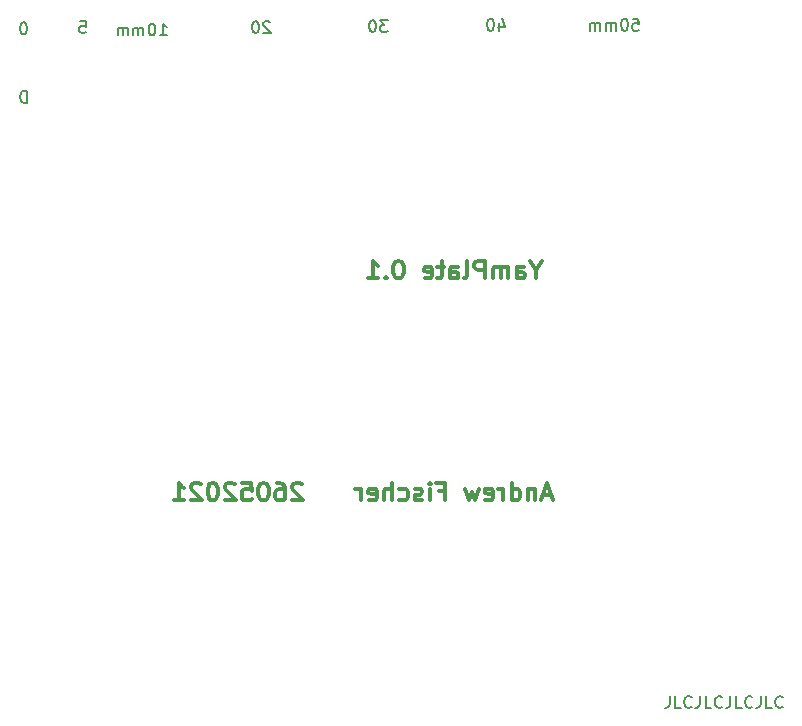
<source format=gbo>
G04 #@! TF.GenerationSoftware,KiCad,Pcbnew,(5.1.9)-1*
G04 #@! TF.CreationDate,2021-05-26T14:26:09+01:00*
G04 #@! TF.ProjectId,YamPlate,59616d50-6c61-4746-952e-6b696361645f,rev?*
G04 #@! TF.SameCoordinates,Original*
G04 #@! TF.FileFunction,Legend,Bot*
G04 #@! TF.FilePolarity,Positive*
%FSLAX46Y46*%
G04 Gerber Fmt 4.6, Leading zero omitted, Abs format (unit mm)*
G04 Created by KiCad (PCBNEW (5.1.9)-1) date 2021-05-26 14:26:09*
%MOMM*%
%LPD*%
G01*
G04 APERTURE LIST*
%ADD10C,0.154940*%
%ADD11C,0.300000*%
%ADD12C,0.150000*%
%ADD13C,0.152400*%
G04 APERTURE END LIST*
D10*
X155908952Y-150836380D02*
X155908952Y-151550666D01*
X155861333Y-151693523D01*
X155766095Y-151788761D01*
X155623238Y-151836380D01*
X155528000Y-151836380D01*
X156861333Y-151836380D02*
X156385142Y-151836380D01*
X156385142Y-150836380D01*
X157766095Y-151741142D02*
X157718476Y-151788761D01*
X157575619Y-151836380D01*
X157480380Y-151836380D01*
X157337523Y-151788761D01*
X157242285Y-151693523D01*
X157194666Y-151598285D01*
X157147047Y-151407809D01*
X157147047Y-151264952D01*
X157194666Y-151074476D01*
X157242285Y-150979238D01*
X157337523Y-150884000D01*
X157480380Y-150836380D01*
X157575619Y-150836380D01*
X157718476Y-150884000D01*
X157766095Y-150931619D01*
X158480380Y-150836380D02*
X158480380Y-151550666D01*
X158432761Y-151693523D01*
X158337523Y-151788761D01*
X158194666Y-151836380D01*
X158099428Y-151836380D01*
X159432761Y-151836380D02*
X158956571Y-151836380D01*
X158956571Y-150836380D01*
X160337523Y-151741142D02*
X160289904Y-151788761D01*
X160147047Y-151836380D01*
X160051809Y-151836380D01*
X159908952Y-151788761D01*
X159813714Y-151693523D01*
X159766095Y-151598285D01*
X159718476Y-151407809D01*
X159718476Y-151264952D01*
X159766095Y-151074476D01*
X159813714Y-150979238D01*
X159908952Y-150884000D01*
X160051809Y-150836380D01*
X160147047Y-150836380D01*
X160289904Y-150884000D01*
X160337523Y-150931619D01*
X161051809Y-150836380D02*
X161051809Y-151550666D01*
X161004190Y-151693523D01*
X160908952Y-151788761D01*
X160766095Y-151836380D01*
X160670857Y-151836380D01*
X162004190Y-151836380D02*
X161528000Y-151836380D01*
X161528000Y-150836380D01*
X162908952Y-151741142D02*
X162861333Y-151788761D01*
X162718476Y-151836380D01*
X162623238Y-151836380D01*
X162480380Y-151788761D01*
X162385142Y-151693523D01*
X162337523Y-151598285D01*
X162289904Y-151407809D01*
X162289904Y-151264952D01*
X162337523Y-151074476D01*
X162385142Y-150979238D01*
X162480380Y-150884000D01*
X162623238Y-150836380D01*
X162718476Y-150836380D01*
X162861333Y-150884000D01*
X162908952Y-150931619D01*
X163623238Y-150836380D02*
X163623238Y-151550666D01*
X163575619Y-151693523D01*
X163480380Y-151788761D01*
X163337523Y-151836380D01*
X163242285Y-151836380D01*
X164575619Y-151836380D02*
X164099428Y-151836380D01*
X164099428Y-150836380D01*
X165480380Y-151741142D02*
X165432761Y-151788761D01*
X165289904Y-151836380D01*
X165194666Y-151836380D01*
X165051809Y-151788761D01*
X164956571Y-151693523D01*
X164908952Y-151598285D01*
X164861333Y-151407809D01*
X164861333Y-151264952D01*
X164908952Y-151074476D01*
X164956571Y-150979238D01*
X165051809Y-150884000D01*
X165194666Y-150836380D01*
X165289904Y-150836380D01*
X165432761Y-150884000D01*
X165480380Y-150931619D01*
D11*
X124808571Y-132925428D02*
X124737142Y-132854000D01*
X124594285Y-132782571D01*
X124237142Y-132782571D01*
X124094285Y-132854000D01*
X124022857Y-132925428D01*
X123951428Y-133068285D01*
X123951428Y-133211142D01*
X124022857Y-133425428D01*
X124880000Y-134282571D01*
X123951428Y-134282571D01*
X122665714Y-132782571D02*
X122951428Y-132782571D01*
X123094285Y-132854000D01*
X123165714Y-132925428D01*
X123308571Y-133139714D01*
X123380000Y-133425428D01*
X123380000Y-133996857D01*
X123308571Y-134139714D01*
X123237142Y-134211142D01*
X123094285Y-134282571D01*
X122808571Y-134282571D01*
X122665714Y-134211142D01*
X122594285Y-134139714D01*
X122522857Y-133996857D01*
X122522857Y-133639714D01*
X122594285Y-133496857D01*
X122665714Y-133425428D01*
X122808571Y-133354000D01*
X123094285Y-133354000D01*
X123237142Y-133425428D01*
X123308571Y-133496857D01*
X123380000Y-133639714D01*
X121594285Y-132782571D02*
X121451428Y-132782571D01*
X121308571Y-132854000D01*
X121237142Y-132925428D01*
X121165714Y-133068285D01*
X121094285Y-133354000D01*
X121094285Y-133711142D01*
X121165714Y-133996857D01*
X121237142Y-134139714D01*
X121308571Y-134211142D01*
X121451428Y-134282571D01*
X121594285Y-134282571D01*
X121737142Y-134211142D01*
X121808571Y-134139714D01*
X121880000Y-133996857D01*
X121951428Y-133711142D01*
X121951428Y-133354000D01*
X121880000Y-133068285D01*
X121808571Y-132925428D01*
X121737142Y-132854000D01*
X121594285Y-132782571D01*
X119737142Y-132782571D02*
X120451428Y-132782571D01*
X120522857Y-133496857D01*
X120451428Y-133425428D01*
X120308571Y-133354000D01*
X119951428Y-133354000D01*
X119808571Y-133425428D01*
X119737142Y-133496857D01*
X119665714Y-133639714D01*
X119665714Y-133996857D01*
X119737142Y-134139714D01*
X119808571Y-134211142D01*
X119951428Y-134282571D01*
X120308571Y-134282571D01*
X120451428Y-134211142D01*
X120522857Y-134139714D01*
X119094285Y-132925428D02*
X119022857Y-132854000D01*
X118880000Y-132782571D01*
X118522857Y-132782571D01*
X118380000Y-132854000D01*
X118308571Y-132925428D01*
X118237142Y-133068285D01*
X118237142Y-133211142D01*
X118308571Y-133425428D01*
X119165714Y-134282571D01*
X118237142Y-134282571D01*
X117308571Y-132782571D02*
X117165714Y-132782571D01*
X117022857Y-132854000D01*
X116951428Y-132925428D01*
X116880000Y-133068285D01*
X116808571Y-133354000D01*
X116808571Y-133711142D01*
X116880000Y-133996857D01*
X116951428Y-134139714D01*
X117022857Y-134211142D01*
X117165714Y-134282571D01*
X117308571Y-134282571D01*
X117451428Y-134211142D01*
X117522857Y-134139714D01*
X117594285Y-133996857D01*
X117665714Y-133711142D01*
X117665714Y-133354000D01*
X117594285Y-133068285D01*
X117522857Y-132925428D01*
X117451428Y-132854000D01*
X117308571Y-132782571D01*
X116237142Y-132925428D02*
X116165714Y-132854000D01*
X116022857Y-132782571D01*
X115665714Y-132782571D01*
X115522857Y-132854000D01*
X115451428Y-132925428D01*
X115380000Y-133068285D01*
X115380000Y-133211142D01*
X115451428Y-133425428D01*
X116308571Y-134282571D01*
X115380000Y-134282571D01*
X113951428Y-134282571D02*
X114808571Y-134282571D01*
X114380000Y-134282571D02*
X114380000Y-132782571D01*
X114522857Y-132996857D01*
X114665714Y-133139714D01*
X114808571Y-133211142D01*
X144596571Y-114772285D02*
X144596571Y-115486571D01*
X145096571Y-113986571D02*
X144596571Y-114772285D01*
X144096571Y-113986571D01*
X142953714Y-115486571D02*
X142953714Y-114700857D01*
X143025142Y-114558000D01*
X143168000Y-114486571D01*
X143453714Y-114486571D01*
X143596571Y-114558000D01*
X142953714Y-115415142D02*
X143096571Y-115486571D01*
X143453714Y-115486571D01*
X143596571Y-115415142D01*
X143668000Y-115272285D01*
X143668000Y-115129428D01*
X143596571Y-114986571D01*
X143453714Y-114915142D01*
X143096571Y-114915142D01*
X142953714Y-114843714D01*
X142239428Y-115486571D02*
X142239428Y-114486571D01*
X142239428Y-114629428D02*
X142168000Y-114558000D01*
X142025142Y-114486571D01*
X141810857Y-114486571D01*
X141668000Y-114558000D01*
X141596571Y-114700857D01*
X141596571Y-115486571D01*
X141596571Y-114700857D02*
X141525142Y-114558000D01*
X141382285Y-114486571D01*
X141168000Y-114486571D01*
X141025142Y-114558000D01*
X140953714Y-114700857D01*
X140953714Y-115486571D01*
X140239428Y-115486571D02*
X140239428Y-113986571D01*
X139668000Y-113986571D01*
X139525142Y-114058000D01*
X139453714Y-114129428D01*
X139382285Y-114272285D01*
X139382285Y-114486571D01*
X139453714Y-114629428D01*
X139525142Y-114700857D01*
X139668000Y-114772285D01*
X140239428Y-114772285D01*
X138525142Y-115486571D02*
X138668000Y-115415142D01*
X138739428Y-115272285D01*
X138739428Y-113986571D01*
X137310857Y-115486571D02*
X137310857Y-114700857D01*
X137382285Y-114558000D01*
X137525142Y-114486571D01*
X137810857Y-114486571D01*
X137953714Y-114558000D01*
X137310857Y-115415142D02*
X137453714Y-115486571D01*
X137810857Y-115486571D01*
X137953714Y-115415142D01*
X138025142Y-115272285D01*
X138025142Y-115129428D01*
X137953714Y-114986571D01*
X137810857Y-114915142D01*
X137453714Y-114915142D01*
X137310857Y-114843714D01*
X136810857Y-114486571D02*
X136239428Y-114486571D01*
X136596571Y-113986571D02*
X136596571Y-115272285D01*
X136525142Y-115415142D01*
X136382285Y-115486571D01*
X136239428Y-115486571D01*
X135168000Y-115415142D02*
X135310857Y-115486571D01*
X135596571Y-115486571D01*
X135739428Y-115415142D01*
X135810857Y-115272285D01*
X135810857Y-114700857D01*
X135739428Y-114558000D01*
X135596571Y-114486571D01*
X135310857Y-114486571D01*
X135168000Y-114558000D01*
X135096571Y-114700857D01*
X135096571Y-114843714D01*
X135810857Y-114986571D01*
X133025142Y-113986571D02*
X132882285Y-113986571D01*
X132739428Y-114058000D01*
X132668000Y-114129428D01*
X132596571Y-114272285D01*
X132525142Y-114558000D01*
X132525142Y-114915142D01*
X132596571Y-115200857D01*
X132668000Y-115343714D01*
X132739428Y-115415142D01*
X132882285Y-115486571D01*
X133025142Y-115486571D01*
X133168000Y-115415142D01*
X133239428Y-115343714D01*
X133310857Y-115200857D01*
X133382285Y-114915142D01*
X133382285Y-114558000D01*
X133310857Y-114272285D01*
X133239428Y-114129428D01*
X133168000Y-114058000D01*
X133025142Y-113986571D01*
X131882285Y-115343714D02*
X131810857Y-115415142D01*
X131882285Y-115486571D01*
X131953714Y-115415142D01*
X131882285Y-115343714D01*
X131882285Y-115486571D01*
X130382285Y-115486571D02*
X131239428Y-115486571D01*
X130810857Y-115486571D02*
X130810857Y-113986571D01*
X130953714Y-114200857D01*
X131096571Y-114343714D01*
X131239428Y-114415142D01*
X145882285Y-133854000D02*
X145168000Y-133854000D01*
X146025142Y-134282571D02*
X145525142Y-132782571D01*
X145025142Y-134282571D01*
X144525142Y-133282571D02*
X144525142Y-134282571D01*
X144525142Y-133425428D02*
X144453714Y-133354000D01*
X144310857Y-133282571D01*
X144096571Y-133282571D01*
X143953714Y-133354000D01*
X143882285Y-133496857D01*
X143882285Y-134282571D01*
X142525142Y-134282571D02*
X142525142Y-132782571D01*
X142525142Y-134211142D02*
X142668000Y-134282571D01*
X142953714Y-134282571D01*
X143096571Y-134211142D01*
X143168000Y-134139714D01*
X143239428Y-133996857D01*
X143239428Y-133568285D01*
X143168000Y-133425428D01*
X143096571Y-133354000D01*
X142953714Y-133282571D01*
X142668000Y-133282571D01*
X142525142Y-133354000D01*
X141810857Y-134282571D02*
X141810857Y-133282571D01*
X141810857Y-133568285D02*
X141739428Y-133425428D01*
X141668000Y-133354000D01*
X141525142Y-133282571D01*
X141382285Y-133282571D01*
X140310857Y-134211142D02*
X140453714Y-134282571D01*
X140739428Y-134282571D01*
X140882285Y-134211142D01*
X140953714Y-134068285D01*
X140953714Y-133496857D01*
X140882285Y-133354000D01*
X140739428Y-133282571D01*
X140453714Y-133282571D01*
X140310857Y-133354000D01*
X140239428Y-133496857D01*
X140239428Y-133639714D01*
X140953714Y-133782571D01*
X139739428Y-133282571D02*
X139453714Y-134282571D01*
X139168000Y-133568285D01*
X138882285Y-134282571D01*
X138596571Y-133282571D01*
X136382285Y-133496857D02*
X136882285Y-133496857D01*
X136882285Y-134282571D02*
X136882285Y-132782571D01*
X136168000Y-132782571D01*
X135596571Y-134282571D02*
X135596571Y-133282571D01*
X135596571Y-132782571D02*
X135668000Y-132854000D01*
X135596571Y-132925428D01*
X135525142Y-132854000D01*
X135596571Y-132782571D01*
X135596571Y-132925428D01*
X134953714Y-134211142D02*
X134810857Y-134282571D01*
X134525142Y-134282571D01*
X134382285Y-134211142D01*
X134310857Y-134068285D01*
X134310857Y-133996857D01*
X134382285Y-133854000D01*
X134525142Y-133782571D01*
X134739428Y-133782571D01*
X134882285Y-133711142D01*
X134953714Y-133568285D01*
X134953714Y-133496857D01*
X134882285Y-133354000D01*
X134739428Y-133282571D01*
X134525142Y-133282571D01*
X134382285Y-133354000D01*
X133025142Y-134211142D02*
X133168000Y-134282571D01*
X133453714Y-134282571D01*
X133596571Y-134211142D01*
X133668000Y-134139714D01*
X133739428Y-133996857D01*
X133739428Y-133568285D01*
X133668000Y-133425428D01*
X133596571Y-133354000D01*
X133453714Y-133282571D01*
X133168000Y-133282571D01*
X133025142Y-133354000D01*
X132382285Y-134282571D02*
X132382285Y-132782571D01*
X131739428Y-134282571D02*
X131739428Y-133496857D01*
X131810857Y-133354000D01*
X131953714Y-133282571D01*
X132168000Y-133282571D01*
X132310857Y-133354000D01*
X132382285Y-133425428D01*
X130453714Y-134211142D02*
X130596571Y-134282571D01*
X130882285Y-134282571D01*
X131025142Y-134211142D01*
X131096571Y-134068285D01*
X131096571Y-133496857D01*
X131025142Y-133354000D01*
X130882285Y-133282571D01*
X130596571Y-133282571D01*
X130453714Y-133354000D01*
X130382285Y-133496857D01*
X130382285Y-133639714D01*
X131096571Y-133782571D01*
X129739428Y-134282571D02*
X129739428Y-133282571D01*
X129739428Y-133568285D02*
X129668000Y-133425428D01*
X129596571Y-133354000D01*
X129453714Y-133282571D01*
X129310857Y-133282571D01*
D12*
X101480904Y-100607120D02*
X101480904Y-99607120D01*
X101242809Y-99607120D01*
X101099952Y-99654740D01*
X101004714Y-99749978D01*
X100957095Y-99845216D01*
X100909476Y-100035692D01*
X100909476Y-100178549D01*
X100957095Y-100369025D01*
X101004714Y-100464263D01*
X101099952Y-100559501D01*
X101242809Y-100607120D01*
X101480904Y-100607120D01*
D13*
X112742789Y-94907360D02*
X113314218Y-94907360D01*
X113028503Y-94907360D02*
X113028503Y-93907360D01*
X113123741Y-94050218D01*
X113218980Y-94145456D01*
X113314218Y-94193075D01*
X112123741Y-93907360D02*
X112028503Y-93907360D01*
X111933265Y-93954980D01*
X111885646Y-94002599D01*
X111838027Y-94097837D01*
X111790408Y-94288313D01*
X111790408Y-94526408D01*
X111838027Y-94716884D01*
X111885646Y-94812122D01*
X111933265Y-94859741D01*
X112028503Y-94907360D01*
X112123741Y-94907360D01*
X112218980Y-94859741D01*
X112266599Y-94812122D01*
X112314218Y-94716884D01*
X112361837Y-94526408D01*
X112361837Y-94288313D01*
X112314218Y-94097837D01*
X112266599Y-94002599D01*
X112218980Y-93954980D01*
X112123741Y-93907360D01*
X111361837Y-94907360D02*
X111361837Y-94240694D01*
X111361837Y-94335932D02*
X111314218Y-94288313D01*
X111218980Y-94240694D01*
X111076122Y-94240694D01*
X110980884Y-94288313D01*
X110933265Y-94383551D01*
X110933265Y-94907360D01*
X110933265Y-94383551D02*
X110885646Y-94288313D01*
X110790408Y-94240694D01*
X110647551Y-94240694D01*
X110552313Y-94288313D01*
X110504694Y-94383551D01*
X110504694Y-94907360D01*
X110028503Y-94907360D02*
X110028503Y-94240694D01*
X110028503Y-94335932D02*
X109980884Y-94288313D01*
X109885646Y-94240694D01*
X109742789Y-94240694D01*
X109647551Y-94288313D01*
X109599932Y-94383551D01*
X109599932Y-94907360D01*
X109599932Y-94383551D02*
X109552313Y-94288313D01*
X109457075Y-94240694D01*
X109314218Y-94240694D01*
X109218980Y-94288313D01*
X109171360Y-94383551D01*
X109171360Y-94907360D01*
X101266619Y-93808300D02*
X101171380Y-93808300D01*
X101076142Y-93855920D01*
X101028523Y-93903539D01*
X100980904Y-93998777D01*
X100933285Y-94189253D01*
X100933285Y-94427348D01*
X100980904Y-94617824D01*
X101028523Y-94713062D01*
X101076142Y-94760681D01*
X101171380Y-94808300D01*
X101266619Y-94808300D01*
X101361857Y-94760681D01*
X101409476Y-94713062D01*
X101457095Y-94617824D01*
X101504714Y-94427348D01*
X101504714Y-94189253D01*
X101457095Y-93998777D01*
X101409476Y-93903539D01*
X101361857Y-93855920D01*
X101266619Y-93808300D01*
X105979624Y-93706700D02*
X106455815Y-93706700D01*
X106503434Y-94182891D01*
X106455815Y-94135272D01*
X106360577Y-94087653D01*
X106122481Y-94087653D01*
X106027243Y-94135272D01*
X105979624Y-94182891D01*
X105932005Y-94278129D01*
X105932005Y-94516224D01*
X105979624Y-94611462D01*
X106027243Y-94659081D01*
X106122481Y-94706700D01*
X106360577Y-94706700D01*
X106455815Y-94659081D01*
X106503434Y-94611462D01*
X122079924Y-93801939D02*
X122032305Y-93754320D01*
X121937067Y-93706700D01*
X121698972Y-93706700D01*
X121603734Y-93754320D01*
X121556115Y-93801939D01*
X121508496Y-93897177D01*
X121508496Y-93992415D01*
X121556115Y-94135272D01*
X122127543Y-94706700D01*
X121508496Y-94706700D01*
X120889448Y-93706700D02*
X120794210Y-93706700D01*
X120698972Y-93754320D01*
X120651353Y-93801939D01*
X120603734Y-93897177D01*
X120556115Y-94087653D01*
X120556115Y-94325748D01*
X120603734Y-94516224D01*
X120651353Y-94611462D01*
X120698972Y-94659081D01*
X120794210Y-94706700D01*
X120889448Y-94706700D01*
X120984686Y-94659081D01*
X121032305Y-94611462D01*
X121079924Y-94516224D01*
X121127543Y-94325748D01*
X121127543Y-94087653D01*
X121079924Y-93897177D01*
X121032305Y-93801939D01*
X120984686Y-93754320D01*
X120889448Y-93706700D01*
X132028463Y-93607640D02*
X131409416Y-93607640D01*
X131742749Y-93988593D01*
X131599892Y-93988593D01*
X131504654Y-94036212D01*
X131457035Y-94083831D01*
X131409416Y-94179069D01*
X131409416Y-94417164D01*
X131457035Y-94512402D01*
X131504654Y-94560021D01*
X131599892Y-94607640D01*
X131885606Y-94607640D01*
X131980844Y-94560021D01*
X132028463Y-94512402D01*
X130790368Y-93607640D02*
X130695130Y-93607640D01*
X130599892Y-93655260D01*
X130552273Y-93702879D01*
X130504654Y-93798117D01*
X130457035Y-93988593D01*
X130457035Y-94226688D01*
X130504654Y-94417164D01*
X130552273Y-94512402D01*
X130599892Y-94560021D01*
X130695130Y-94607640D01*
X130790368Y-94607640D01*
X130885606Y-94560021D01*
X130933225Y-94512402D01*
X130980844Y-94417164D01*
X131028463Y-94226688D01*
X131028463Y-93988593D01*
X130980844Y-93798117D01*
X130933225Y-93702879D01*
X130885606Y-93655260D01*
X130790368Y-93607640D01*
X141504634Y-93839374D02*
X141504634Y-94506040D01*
X141742729Y-93458421D02*
X141980824Y-94172707D01*
X141361777Y-94172707D01*
X140790348Y-93506040D02*
X140695110Y-93506040D01*
X140599872Y-93553660D01*
X140552253Y-93601279D01*
X140504634Y-93696517D01*
X140457015Y-93886993D01*
X140457015Y-94125088D01*
X140504634Y-94315564D01*
X140552253Y-94410802D01*
X140599872Y-94458421D01*
X140695110Y-94506040D01*
X140790348Y-94506040D01*
X140885586Y-94458421D01*
X140933205Y-94410802D01*
X140980824Y-94315564D01*
X141028443Y-94125088D01*
X141028443Y-93886993D01*
X140980824Y-93696517D01*
X140933205Y-93601279D01*
X140885586Y-93553660D01*
X140790348Y-93506040D01*
X152790328Y-93506040D02*
X153266519Y-93506040D01*
X153314138Y-93982231D01*
X153266519Y-93934612D01*
X153171280Y-93886993D01*
X152933185Y-93886993D01*
X152837947Y-93934612D01*
X152790328Y-93982231D01*
X152742709Y-94077469D01*
X152742709Y-94315564D01*
X152790328Y-94410802D01*
X152837947Y-94458421D01*
X152933185Y-94506040D01*
X153171280Y-94506040D01*
X153266519Y-94458421D01*
X153314138Y-94410802D01*
X152123661Y-93506040D02*
X152028423Y-93506040D01*
X151933185Y-93553660D01*
X151885566Y-93601279D01*
X151837947Y-93696517D01*
X151790328Y-93886993D01*
X151790328Y-94125088D01*
X151837947Y-94315564D01*
X151885566Y-94410802D01*
X151933185Y-94458421D01*
X152028423Y-94506040D01*
X152123661Y-94506040D01*
X152218900Y-94458421D01*
X152266519Y-94410802D01*
X152314138Y-94315564D01*
X152361757Y-94125088D01*
X152361757Y-93886993D01*
X152314138Y-93696517D01*
X152266519Y-93601279D01*
X152218900Y-93553660D01*
X152123661Y-93506040D01*
X151361757Y-94506040D02*
X151361757Y-93839374D01*
X151361757Y-93934612D02*
X151314138Y-93886993D01*
X151218900Y-93839374D01*
X151076042Y-93839374D01*
X150980804Y-93886993D01*
X150933185Y-93982231D01*
X150933185Y-94506040D01*
X150933185Y-93982231D02*
X150885566Y-93886993D01*
X150790328Y-93839374D01*
X150647471Y-93839374D01*
X150552233Y-93886993D01*
X150504614Y-93982231D01*
X150504614Y-94506040D01*
X150028423Y-94506040D02*
X150028423Y-93839374D01*
X150028423Y-93934612D02*
X149980804Y-93886993D01*
X149885566Y-93839374D01*
X149742709Y-93839374D01*
X149647471Y-93886993D01*
X149599852Y-93982231D01*
X149599852Y-94506040D01*
X149599852Y-93982231D02*
X149552233Y-93886993D01*
X149456995Y-93839374D01*
X149314138Y-93839374D01*
X149218900Y-93886993D01*
X149171280Y-93982231D01*
X149171280Y-94506040D01*
%LPC*%
M02*

</source>
